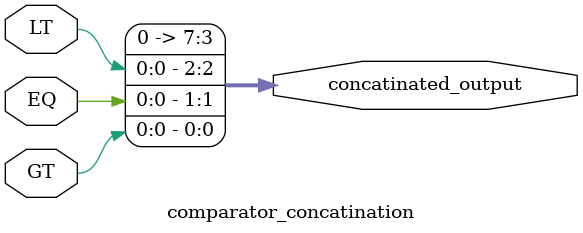
<source format=sv>
module comparator_concatination (
    input LT,
    input EQ,
    input GT,
    output logic [7:0] concatinated_output
);

assign concatinated_output = {5'b0, LT,EQ,GT};
endmodule

</source>
